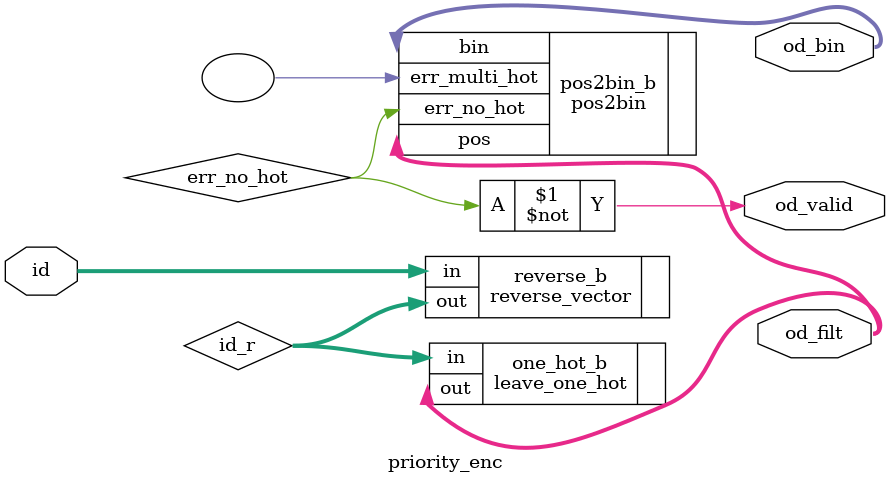
<source format=sv>


/* --- INSTANTIATION TEMPLATE BEGIN ---

priority_enc #(
  .WIDTH( 32 )   // WIDTH must be >=2
) PE1 (
  .id(  ),
  .od_valid(  ),
  .od_filt(  ),
  .od_bin(  )
);

--- INSTANTIATION TEMPLATE END ---*/


module priority_enc #( parameter
  WIDTH = 32,
  WIDTH_W = $clog2(WIDTH)
)(
  input  [WIDTH-1:0] id,      // input data bus

  output od_valid,            // output valid (some bits are active)
  output [WIDTH-1:0] od_filt, // filtered data (only one priority bit active)
  output [WIDTH_W-1:0] od_bin // priority bit binary index
);


// reversed id[] data
// conventional operation of priority encoder is when MSB bits have a priority
logic [WIDTH-1:0] id_r;
reverse_vector #(
  .WIDTH( WIDTH )  // WIDTH must be >=2
) reverse_b (
  .in( id[WIDTH-1:0] ),
  .out( id_r[WIDTH-1:0] )
);

leave_one_hot #(
  .WIDTH( WIDTH )
) one_hot_b (
  .in( id_r[WIDTH-1:0] ),
  .out( od_filt[WIDTH-1:0] )
);

logic err_no_hot;
assign od_valid = ~err_no_hot;

pos2bin #(
  .BIN_WIDTH( WIDTH_W )
) pos2bin_b (
  .pos( od_filt[WIDTH-1:0] ),
  .bin( od_bin[WIDTH_W-1:0] ),

  .err_no_hot( err_no_hot ),
  .err_multi_hot(  )
);

endmodule

</source>
